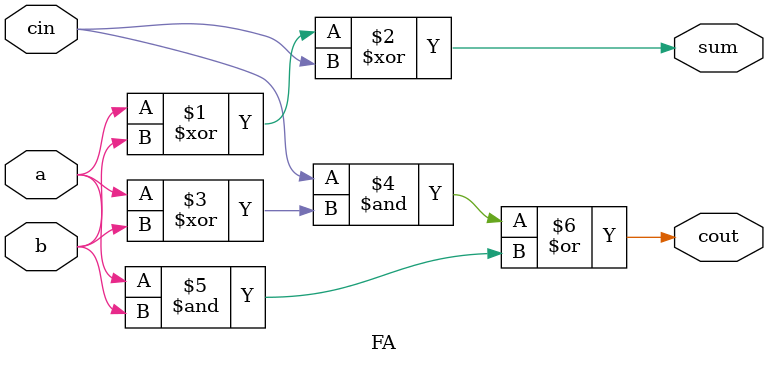
<source format=v>
module FA(a,b,cin,sum,cout);
input a,b,cin;
output sum,cout;
assign sum=a^b^cin;
assign cout=(cin&(a^b))|(a&b);
endmodule
</source>
